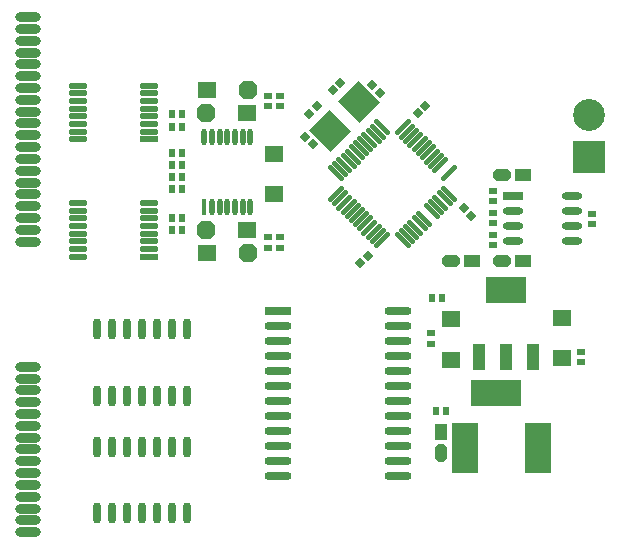
<source format=gts>
G04*
G04 #@! TF.GenerationSoftware,Altium Limited,Altium Designer,18.1.9 (240)*
G04*
G04 Layer_Color=8388736*
%FSLAX25Y25*%
%MOIN*%
G70*
G01*
G75*
%ADD44R,0.02375X0.02769*%
G04:AMPARAMS|DCode=45|XSize=58mil|YSize=43mil|CornerRadius=0mil|HoleSize=0mil|Usage=FLASHONLY|Rotation=270.000|XOffset=0mil|YOffset=0mil|HoleType=Round|Shape=Octagon|*
%AMOCTAGOND45*
4,1,8,-0.01075,-0.02900,0.01075,-0.02900,0.02150,-0.01825,0.02150,0.01825,0.01075,0.02900,-0.01075,0.02900,-0.02150,0.01825,-0.02150,-0.01825,-0.01075,-0.02900,0.0*
%
%ADD45OCTAGOND45*%

%ADD46R,0.04300X0.05800*%
%ADD47R,0.02769X0.02375*%
%ADD48O,0.06706X0.02769*%
%ADD49R,0.06706X0.02769*%
%ADD50R,0.05800X0.04300*%
G04:AMPARAMS|DCode=51|XSize=58mil|YSize=43mil|CornerRadius=0mil|HoleSize=0mil|Usage=FLASHONLY|Rotation=180.000|XOffset=0mil|YOffset=0mil|HoleType=Round|Shape=Octagon|*
%AMOCTAGOND51*
4,1,8,-0.02900,0.01075,-0.02900,-0.01075,-0.01825,-0.02150,0.01825,-0.02150,0.02900,-0.01075,0.02900,0.01075,0.01825,0.02150,-0.01825,0.02150,-0.02900,0.01075,0.0*
%
%ADD51OCTAGOND51*%

%ADD52O,0.02559X0.07087*%
%ADD53O,0.08674X0.03162*%
%ADD54O,0.06312X0.01981*%
%ADD55R,0.06312X0.01981*%
%ADD56R,0.09068X0.02965*%
%ADD57O,0.09068X0.02965*%
G04:AMPARAMS|DCode=58|XSize=23.75mil|YSize=27.69mil|CornerRadius=0mil|HoleSize=0mil|Usage=FLASHONLY|Rotation=225.000|XOffset=0mil|YOffset=0mil|HoleType=Round|Shape=Rectangle|*
%AMROTATEDRECTD58*
4,1,4,-0.00139,0.01818,0.01818,-0.00139,0.00139,-0.01818,-0.01818,0.00139,-0.00139,0.01818,0.0*
%
%ADD58ROTATEDRECTD58*%

G04:AMPARAMS|DCode=59|XSize=23.75mil|YSize=27.69mil|CornerRadius=0mil|HoleSize=0mil|Usage=FLASHONLY|Rotation=135.000|XOffset=0mil|YOffset=0mil|HoleType=Round|Shape=Rectangle|*
%AMROTATEDRECTD59*
4,1,4,0.01818,0.00139,-0.00139,-0.01818,-0.01818,-0.00139,0.00139,0.01818,0.01818,0.00139,0.0*
%
%ADD59ROTATEDRECTD59*%

%ADD60R,0.06312X0.05524*%
%ADD61R,0.13398X0.09068*%
%ADD62R,0.04343X0.09068*%
G04:AMPARAMS|DCode=63|XSize=102.49mil|YSize=94.61mil|CornerRadius=0mil|HoleSize=0mil|Usage=FLASHONLY|Rotation=315.000|XOffset=0mil|YOffset=0mil|HoleType=Round|Shape=Rectangle|*
%AMROTATEDRECTD63*
4,1,4,-0.06969,0.00278,-0.00278,0.06969,0.06969,-0.00278,0.00278,-0.06969,-0.06969,0.00278,0.0*
%
%ADD63ROTATEDRECTD63*%

G04:AMPARAMS|DCode=64|XSize=17.84mil|YSize=69.02mil|CornerRadius=0mil|HoleSize=0mil|Usage=FLASHONLY|Rotation=45.000|XOffset=0mil|YOffset=0mil|HoleType=Round|Shape=Round|*
%AMOVALD64*
21,1,0.05118,0.01784,0.00000,0.00000,135.0*
1,1,0.01784,0.01810,-0.01810*
1,1,0.01784,-0.01810,0.01810*
%
%ADD64OVALD64*%

G04:AMPARAMS|DCode=65|XSize=17.84mil|YSize=69.02mil|CornerRadius=0mil|HoleSize=0mil|Usage=FLASHONLY|Rotation=315.000|XOffset=0mil|YOffset=0mil|HoleType=Round|Shape=Round|*
%AMOVALD65*
21,1,0.05118,0.01784,0.00000,0.00000,45.0*
1,1,0.01784,-0.01810,-0.01810*
1,1,0.01784,0.01810,0.01810*
%
%ADD65OVALD65*%

G04:AMPARAMS|DCode=66|XSize=63mil|YSize=58mil|CornerRadius=0mil|HoleSize=0mil|Usage=FLASHONLY|Rotation=0.000|XOffset=0mil|YOffset=0mil|HoleType=Round|Shape=Octagon|*
%AMOCTAGOND66*
4,1,8,0.03150,-0.01450,0.03150,0.01450,0.01700,0.02900,-0.01700,0.02900,-0.03150,0.01450,-0.03150,-0.01450,-0.01700,-0.02900,0.01700,-0.02900,0.03150,-0.01450,0.0*
%
%ADD66OCTAGOND66*%

%ADD67R,0.06300X0.05800*%
%ADD68O,0.01784X0.05524*%
%ADD69R,0.01784X0.05524*%
%ADD70R,0.16548X0.08674*%
%ADD71R,0.08674X0.16548*%
%ADD72C,0.10642*%
%ADD73R,0.10642X0.10642*%
D44*
X138075Y78000D02*
D03*
X134729D02*
D03*
X139575Y40500D02*
D03*
X136229D02*
D03*
X48196Y104720D02*
D03*
X51543D02*
D03*
Y100681D02*
D03*
X48196D02*
D03*
X51543Y118312D02*
D03*
X48196D02*
D03*
X51543Y114269D02*
D03*
X48196D02*
D03*
Y126313D02*
D03*
X51543D02*
D03*
X48196Y122313D02*
D03*
X51543D02*
D03*
X48196Y139285D02*
D03*
X51543D02*
D03*
Y135209D02*
D03*
X48196D02*
D03*
D45*
X137596Y26499D02*
D03*
D46*
Y33499D02*
D03*
D47*
X188000Y105958D02*
D03*
Y102611D02*
D03*
X155001Y113711D02*
D03*
Y110364D02*
D03*
X155000Y102882D02*
D03*
X155000Y106425D02*
D03*
X155000Y95611D02*
D03*
Y98958D02*
D03*
X184500Y56642D02*
D03*
X184500Y60185D02*
D03*
X134500Y66271D02*
D03*
X134500Y62728D02*
D03*
X84042Y94839D02*
D03*
X84043Y98382D02*
D03*
X84043Y141882D02*
D03*
X84043Y145425D02*
D03*
X80043D02*
D03*
X80043Y141882D02*
D03*
X80042Y94839D02*
D03*
X80042Y98382D02*
D03*
D48*
X181342Y97075D02*
D03*
Y102075D02*
D03*
Y107075D02*
D03*
Y112075D02*
D03*
X161658Y97075D02*
D03*
Y102075D02*
D03*
Y107075D02*
D03*
D49*
Y112075D02*
D03*
D50*
X148000Y90474D02*
D03*
X164999Y119156D02*
D03*
Y90357D02*
D03*
D51*
X140999Y90474D02*
D03*
X158000Y119156D02*
D03*
Y90357D02*
D03*
D52*
X48000Y67700D02*
D03*
X43000D02*
D03*
X38000D02*
D03*
X33000D02*
D03*
X28000D02*
D03*
X23000D02*
D03*
X53000D02*
D03*
X53000Y45500D02*
D03*
X48000D02*
D03*
X43000D02*
D03*
X38000D02*
D03*
X33000D02*
D03*
X28000D02*
D03*
X23000D02*
D03*
X48043Y28500D02*
D03*
X43042D02*
D03*
X38043D02*
D03*
X33042D02*
D03*
X28043D02*
D03*
X23043D02*
D03*
X53043D02*
D03*
X53043Y6300D02*
D03*
X48043D02*
D03*
X43042D02*
D03*
X38043D02*
D03*
X33042D02*
D03*
X28043D02*
D03*
X23043D02*
D03*
D53*
X0Y171653D02*
D03*
Y167716D02*
D03*
Y163779D02*
D03*
Y159842D02*
D03*
Y155905D02*
D03*
Y151968D02*
D03*
Y148031D02*
D03*
Y144094D02*
D03*
Y140157D02*
D03*
Y136220D02*
D03*
Y132283D02*
D03*
Y128346D02*
D03*
Y124409D02*
D03*
Y120472D02*
D03*
Y116535D02*
D03*
Y112598D02*
D03*
Y108661D02*
D03*
Y104724D02*
D03*
Y100787D02*
D03*
Y96850D02*
D03*
D03*
Y55118D02*
D03*
D03*
D03*
Y51181D02*
D03*
Y47244D02*
D03*
Y43307D02*
D03*
Y39370D02*
D03*
Y35433D02*
D03*
Y31496D02*
D03*
Y27559D02*
D03*
Y23622D02*
D03*
Y19685D02*
D03*
Y15748D02*
D03*
Y11811D02*
D03*
Y7874D02*
D03*
Y3937D02*
D03*
Y0D02*
D03*
D03*
D54*
X16747Y130897D02*
D03*
Y133456D02*
D03*
Y136015D02*
D03*
Y138574D02*
D03*
Y141133D02*
D03*
Y143692D02*
D03*
Y146251D02*
D03*
Y148810D02*
D03*
X40369D02*
D03*
Y146251D02*
D03*
Y143692D02*
D03*
Y141133D02*
D03*
Y138574D02*
D03*
Y136015D02*
D03*
Y133456D02*
D03*
X16747Y91782D02*
D03*
Y94341D02*
D03*
Y96900D02*
D03*
Y99460D02*
D03*
Y102019D02*
D03*
Y104578D02*
D03*
Y107137D02*
D03*
Y109696D02*
D03*
X40369D02*
D03*
Y107137D02*
D03*
Y104578D02*
D03*
Y102019D02*
D03*
Y99460D02*
D03*
Y96900D02*
D03*
Y94341D02*
D03*
D55*
Y130897D02*
D03*
Y91782D02*
D03*
D56*
X83500Y73622D02*
D03*
D57*
Y68622D02*
D03*
Y63622D02*
D03*
Y58622D02*
D03*
Y53622D02*
D03*
Y48622D02*
D03*
Y43622D02*
D03*
Y38622D02*
D03*
Y33622D02*
D03*
Y28622D02*
D03*
X123264Y53622D02*
D03*
Y48622D02*
D03*
Y43622D02*
D03*
Y38622D02*
D03*
Y33622D02*
D03*
Y28622D02*
D03*
Y23622D02*
D03*
Y18622D02*
D03*
X83500D02*
D03*
Y23622D02*
D03*
X123264Y73622D02*
D03*
Y68622D02*
D03*
Y63622D02*
D03*
Y58622D02*
D03*
D58*
X101790Y147393D02*
D03*
X104156Y149759D02*
D03*
X96295Y141897D02*
D03*
X93790Y139392D02*
D03*
X130043Y139645D02*
D03*
X132548Y142150D02*
D03*
X113295Y92121D02*
D03*
X110790Y89616D02*
D03*
D59*
X114790Y148898D02*
D03*
X117295Y146392D02*
D03*
X145290Y107933D02*
D03*
X147795Y105427D02*
D03*
X95043Y129341D02*
D03*
X92537Y131846D02*
D03*
D60*
X141000Y70925D02*
D03*
Y57539D02*
D03*
X178000Y58039D02*
D03*
Y71425D02*
D03*
X82042Y112689D02*
D03*
Y126075D02*
D03*
D61*
X159500Y80760D02*
D03*
D62*
X168555Y58319D02*
D03*
X159500D02*
D03*
X150445D02*
D03*
D63*
X100671Y133773D02*
D03*
X110414Y143517D02*
D03*
D64*
X118085Y134908D02*
D03*
X116693Y133517D02*
D03*
X115301Y132125D02*
D03*
X113909Y130733D02*
D03*
X112517Y129341D02*
D03*
X111125Y127949D02*
D03*
X109733Y126557D02*
D03*
X108341Y125165D02*
D03*
X106949Y123773D02*
D03*
X105558Y122381D02*
D03*
X104166Y120989D02*
D03*
X102774Y119597D02*
D03*
X125042Y97328D02*
D03*
X126434Y98720D02*
D03*
X127826Y100112D02*
D03*
X129218Y101504D02*
D03*
X130610Y102896D02*
D03*
X132002Y104288D02*
D03*
X134786Y107072D02*
D03*
X136178Y108464D02*
D03*
X137570Y109856D02*
D03*
X138962Y111248D02*
D03*
X140354Y112640D02*
D03*
D65*
X102774D02*
D03*
X104166Y111248D02*
D03*
X105558Y109856D02*
D03*
X106949Y108464D02*
D03*
X108341Y107072D02*
D03*
X109733Y105680D02*
D03*
X111125Y104288D02*
D03*
X112517Y102896D02*
D03*
X113909Y101504D02*
D03*
X115301Y100112D02*
D03*
X116693Y98720D02*
D03*
X118085Y97328D02*
D03*
X140354Y119597D02*
D03*
X137570Y122381D02*
D03*
X136178Y123773D02*
D03*
X134786Y125165D02*
D03*
X133394Y126557D02*
D03*
X132002Y127949D02*
D03*
X130610Y129341D02*
D03*
X129218Y130733D02*
D03*
X127826Y132125D02*
D03*
X126434Y133517D02*
D03*
X125042Y134908D02*
D03*
D66*
X73292Y93093D02*
D03*
Y147491D02*
D03*
X59543Y100633D02*
D03*
Y139633D02*
D03*
D67*
X59793Y93093D02*
D03*
Y147491D02*
D03*
X73043Y100633D02*
D03*
Y139633D02*
D03*
D68*
X58865Y131747D02*
D03*
X61424D02*
D03*
X63984D02*
D03*
X66543D02*
D03*
X69102D02*
D03*
X71661D02*
D03*
X74220D02*
D03*
Y108519D02*
D03*
X71661D02*
D03*
X69102D02*
D03*
X66543D02*
D03*
X63984D02*
D03*
X61424D02*
D03*
D69*
X58865D02*
D03*
D70*
X156220Y46410D02*
D03*
D71*
X170000Y27906D02*
D03*
X145591D02*
D03*
D72*
X187000Y138890D02*
D03*
D73*
Y125110D02*
D03*
M02*

</source>
